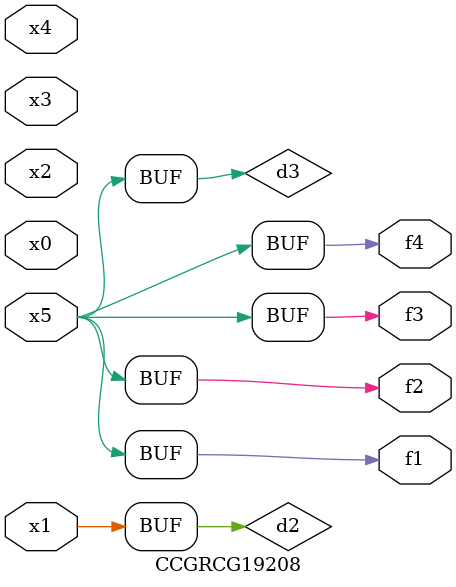
<source format=v>
module CCGRCG19208(
	input x0, x1, x2, x3, x4, x5,
	output f1, f2, f3, f4
);

	wire d1, d2, d3;

	not (d1, x5);
	or (d2, x1);
	xnor (d3, d1);
	assign f1 = d3;
	assign f2 = d3;
	assign f3 = d3;
	assign f4 = d3;
endmodule

</source>
